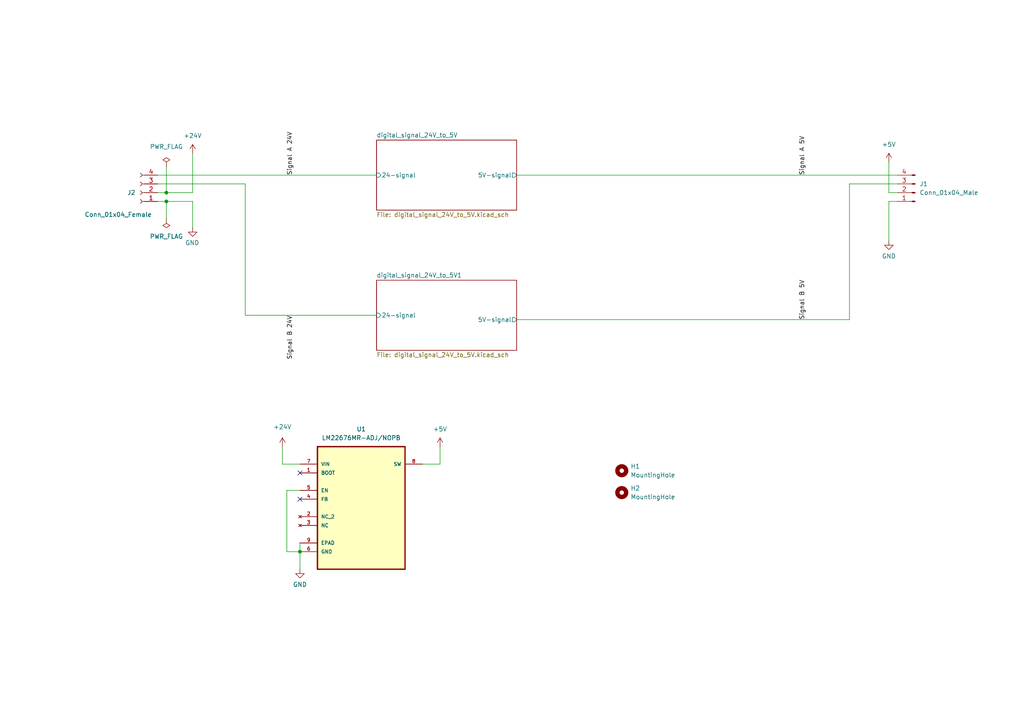
<source format=kicad_sch>
(kicad_sch (version 20211123) (generator eeschema)
  (paper "A4")
  (title_block (title "${project_title} - ${board_title}") (date "2022-08-11") (rev "${git_describe}") (company "${company}") (comment 1 "${drawn_by}") (comment 4 "${git_url}"))
  (lib_symbols
    (symbol "Connector:Conn_01x04_Female" (pin_names (offset 1.016) hide)
      (property "Reference" "J" (at 0 5.08 0))
      (property "Value" "Conn_01x04_Female" (at 0 -7.62 0))
      (symbol "Conn_01x04_Female_1_1"
        (arc (start 0 -4.572) (mid -0.508 -5.08) (end 0 -5.588) (stroke (width 0.1524)))
        (arc (start 0 -2.032) (mid -0.508 -2.54) (end 0 -3.048) (stroke (width 0.1524)))
        (polyline (pts (xy -1.27 -5.08) (xy -0.508 -5.08)) (stroke (width 0.1524)))
        (polyline (pts (xy -1.27 -2.54) (xy -0.508 -2.54)) (stroke (width 0.1524)))
        (polyline (pts (xy -1.27 0) (xy -0.508 0)) (stroke (width 0.1524)))
        (polyline (pts (xy -1.27 2.54) (xy -0.508 2.54)) (stroke (width 0.1524)))
        (arc (start 0 0.508) (mid -0.508 0) (end 0 -0.508) (stroke (width 0.1524)))
        (arc (start 0 3.048) (mid -0.508 2.54) (end 0 2.032) (stroke (width 0.1524)))
        (pin passive line (at -5.08 2.54 0) (length 3.81) (name "Pin_1") (number "1"))
        (pin passive line (at -5.08 0 0) (length 3.81) (name "Pin_2") (number "2"))
        (pin passive line (at -5.08 -2.54 0) (length 3.81) (name "Pin_3") (number "3"))
        (pin passive line (at -5.08 -5.08 0) (length 3.81) (name "Pin_4") (number "4"))
      )
    )
    (symbol "Connector:Conn_01x04_Male" (pin_names (offset 1.016) hide)
      (property "Reference" "J" (at 0 5.08 0))
      (property "Value" "Conn_01x04_Male" (at 0 -7.62 0))
      (symbol "Conn_01x04_Male_1_1"
        (polyline (pts (xy 1.27 -5.08) (xy 0.8636 -5.08)) (stroke (width 0.1524)))
        (polyline (pts (xy 1.27 -2.54) (xy 0.8636 -2.54)) (stroke (width 0.1524)))
        (polyline (pts (xy 1.27 0) (xy 0.8636 0)) (stroke (width 0.1524)))
        (polyline (pts (xy 1.27 2.54) (xy 0.8636 2.54)) (stroke (width 0.1524)))
        (rectangle (start 0.8636 -4.953) (end 0 -5.207) (stroke (width 0.1524)) (fill (type outline)))
        (rectangle (start 0.8636 -2.413) (end 0 -2.667) (stroke (width 0.1524)) (fill (type outline)))
        (rectangle (start 0.8636 0.127) (end 0 -0.127) (stroke (width 0.1524)) (fill (type outline)))
        (rectangle (start 0.8636 2.667) (end 0 2.413) (stroke (width 0.1524)) (fill (type outline)))
        (pin passive line (at 5.08 2.54 180) (length 3.81) (name "Pin_1") (number "1"))
        (pin passive line (at 5.08 0 180) (length 3.81) (name "Pin_2") (number "2"))
        (pin passive line (at 5.08 -2.54 180) (length 3.81) (name "Pin_3") (number "3"))
        (pin passive line (at 5.08 -5.08 180) (length 3.81) (name "Pin_4") (number "4"))
      )
    )
    (symbol "LM22676MR-ADJ_NOPB:LM22676MR-ADJ{brace}slash}NOPB" (pin_names (offset 1.016))
      (property "Reference" "U" (at -4.8768 17.78 0))
      (property "Value" "LM22676MR-ADJ{brace}slash}NOPB" (at -3.6068 -24.1046 0))
      (symbol "LM22676MR-ADJ{brace}slash}NOPB_0_0"
        (rectangle (start -12.7 -20.32) (end 12.7 15.24) (stroke (width 0.4064)) (fill (type background)))
        (pin power_in line (at -17.78 7.62 0) (length 5.08) (name "BOOT") (number "1"))
        (pin no_connect line (at -17.78 -5.08 0) (length 5.08) (name "NC_2") (number "2"))
        (pin no_connect line (at -17.78 -7.62 0) (length 5.08) (name "NC") (number "3"))
        (pin input line (at -17.78 0 0) (length 5.08) (name "FB") (number "4"))
        (pin input line (at -17.78 2.54 0) (length 5.08) (name "EN") (number "5"))
        (pin passive line (at -17.78 -15.24 0) (length 5.08) (name "GND") (number "6"))
        (pin power_in line (at -17.78 10.16 0) (length 5.08) (name "VIN") (number "7"))
        (pin output line (at 17.78 10.16 180) (length 5.08) (name "SW") (number "8"))
        (pin passive line (at -17.78 -12.7 0) (length 5.08) (name "EPAD") (number "9"))
      )
    )
    (symbol "Mechanical:MountingHole" (pin_names (offset 1.016))
      (property "Reference" "H" (at 0 5.08 0))
      (property "Value" "MountingHole" (at 0 3.175 0))
      (symbol "MountingHole_0_1"
        (circle (center 0 0) (radius 1.27) (stroke (width 1.27)))
      )
    )
    (symbol "power:+24V" (power) (pin_names (offset 0))
      (property "Value" "+24V" (at 0 3.556 0))
      (symbol "+24V_0_1"
        (polyline (pts (xy -0.762 1.27) (xy 0 2.54)))
        (polyline (pts (xy 0 0) (xy 0 2.54)))
        (polyline (pts (xy 0 2.54) (xy 0.762 1.27)))
      )
      (symbol "+24V_1_1"
        (pin power_in line (at 0 0 90) (length 0) hide (name "+24V") (number "1"))
      )
    )
    (symbol "power:+5V" (power) (pin_names (offset 0))
      (property "Value" "+5V" (at 0 3.556 0))
      (symbol "+5V_0_1"
        (polyline (pts (xy -0.762 1.27) (xy 0 2.54)))
        (polyline (pts (xy 0 0) (xy 0 2.54)))
        (polyline (pts (xy 0 2.54) (xy 0.762 1.27)))
      )
      (symbol "+5V_1_1"
        (pin power_in line (at 0 0 90) (length 0) hide (name "+5V") (number "1"))
      )
    )
    (symbol "power:GND" (power) (pin_names (offset 0))
      (property "Value" "GND" (at 0 -3.81 0))
      (symbol "GND_0_1"
        (polyline (pts (xy 0 0) (xy 0 -1.27) (xy 1.27 -1.27) (xy 0 -2.54) (xy -1.27 -1.27) (xy 0 -1.27)))
      )
      (symbol "GND_1_1"
        (pin power_in line (at 0 0 270) (length 0) hide (name "GND") (number "1"))
      )
    )
    (symbol "power:PWR_FLAG" (power) (pin_numbers hide) (pin_names (offset 0) hide)
      (property "Value" "PWR_FLAG" (at 0 3.81 0))
      (symbol "PWR_FLAG_0_0"
        (pin power_out line (at 0 0 90) (length 0) (name "pwr") (number "1"))
      )
      (symbol "PWR_FLAG_0_1"
        (polyline (pts (xy 0 0) (xy 0 1.27) (xy -1.016 1.905) (xy 0 2.54) (xy 1.016 1.905) (xy 0 1.27)))
      )
    )
  )
  (junction (at 86.995 160.02))
  (junction (at 48.26 55.88))
  (junction (at 48.26 58.42))
  (no_connect (at 86.995 144.78))
  (no_connect (at 86.995 137.16))
  (wire (pts (xy 260.35 55.88) (xy 257.81 55.88)))
  (wire (pts (xy 48.26 55.88) (xy 55.88 55.88)))
  (wire (pts (xy 149.86 50.8) (xy 260.35 50.8)))
  (wire (pts (xy 86.995 157.48) (xy 86.995 160.02)))
  (wire (pts (xy 86.995 134.62) (xy 81.915 134.62)))
  (wire (pts (xy 127.635 129.54) (xy 127.635 134.62)))
  (wire (pts (xy 260.35 53.34) (xy 246.38 53.34)))
  (wire (pts (xy 55.88 58.42) (xy 55.88 66.04)))
  (wire (pts (xy 83.185 160.02) (xy 86.995 160.02)))
  (wire (pts (xy 86.995 160.02) (xy 86.995 165.1)))
  (wire (pts (xy 48.26 58.42) (xy 55.88 58.42)))
  (wire (pts (xy 55.88 44.45) (xy 55.88 55.88)))
  (wire (pts (xy 260.35 58.42) (xy 257.81 58.42)))
  (wire (pts (xy 83.185 142.24) (xy 83.185 160.02)))
  (wire (pts (xy 83.185 142.24) (xy 86.995 142.24)))
  (wire (pts (xy 71.12 53.34) (xy 71.12 91.44)))
  (wire (pts (xy 122.555 134.62) (xy 127.635 134.62)))
  (wire (pts (xy 71.12 91.44) (xy 109.22 91.44)))
  (wire (pts (xy 257.81 58.42) (xy 257.81 69.85)))
  (wire (pts (xy 71.12 53.34) (xy 45.72 53.34)))
  (wire (pts (xy 45.72 50.8) (xy 109.22 50.8)))
  (wire (pts (xy 45.72 55.88) (xy 48.26 55.88)))
  (wire (pts (xy 149.86 92.71) (xy 246.38 92.71)))
  (wire (pts (xy 81.915 134.62) (xy 81.915 129.54)))
  (wire (pts (xy 246.38 53.34) (xy 246.38 92.71)))
  (wire (pts (xy 257.81 46.99) (xy 257.81 55.88)))
  (wire (pts (xy 45.72 58.42) (xy 48.26 58.42)))
  (wire (pts (xy 48.26 48.26) (xy 48.26 55.88)))
  (wire (pts (xy 48.26 58.42) (xy 48.26 63.5)))
  (label "Signal A 5V" (at 233.68 50.8 90))
  (label "Signal B 24V" (at 85.09 91.44 270))
  (label "Signal B 5V" (at 233.68 92.71 90))
  (label "Signal A 24V" (at 85.09 50.8 90))
  (symbol (lib_id "power:+5V") (at 127.635 129.54 0) (mirror y) (unit 1)
    (property "Reference" "#PWR0103" (effects hide))
    (property "Value" "+5V" (at 127.635 124.46 0))
  )
  (symbol (lib_id "power:+5V") (at 257.81 46.99 0) (unit 1)
    (property "Reference" "#PWR0105" (effects hide))
    (property "Value" "+5V" (at 257.81 41.91 0))
  )
  (symbol (lib_id "power:PWR_FLAG") (at 48.26 63.5 180) (unit 1)
    (property "Reference" "#FLG0102" (effects hide))
    (property "Value" "PWR_FLAG" (at 48.26 68.58 0))
  )
  (symbol (lib_id "power:+24V") (at 81.915 129.54 0) (unit 1)
    (property "Reference" "#PWR0102" (effects hide))
    (property "Value" "+24V" (at 81.915 123.825 0))
  )
  (symbol (lib_id "power:PWR_FLAG") (at 48.26 48.26 0) (unit 1)
    (property "Reference" "#FLG0101" (effects hide))
    (property "Value" "PWR_FLAG" (at 48.26 42.545 0))
  )
  (symbol (lib_id "Mechanical:MountingHole") (at 180.34 136.525 0) (unit 1)
    (property "Reference" "H1" (at 182.88 135.2549 0) (effects (justify left)))
    (property "Value" "MountingHole" (at 182.88 137.7949 0) (effects (justify left)))
    (property "Footprint" "MountingHole:MountingHole_3.2mm_M3" (effects hide))
  )
  (symbol (lib_id "power:+24V") (at 55.88 44.45 0) (unit 1)
    (property "Reference" "#PWR0107" (effects hide))
    (property "Value" "+24V" (at 55.88 39.37 0))
  )
  (symbol (lib_id "Connector:Conn_01x04_Male") (at 265.43 55.88 180) (unit 1)
    (property "Reference" "J1" (at 266.7 53.3399 0) (effects (justify right)))
    (property "Value" "Conn_01x04_Male" (at 266.7 55.8799 0) (effects (justify right)))
    (property "Footprint" "Connector_Molex:Molex_Micro-Fit_3.0_43045-0400_2x02_P3.00mm_Horizontal" (effects hide))
  )
  (symbol (lib_id "Mechanical:MountingHole") (at 180.34 142.875 0) (unit 1)
    (property "Reference" "H2" (at 182.88 141.6049 0) (effects (justify left)))
    (property "Value" "MountingHole" (at 182.88 144.1449 0) (effects (justify left)))
    (property "Footprint" "MountingHole:MountingHole_3.2mm_M3" (effects hide))
  )
  (symbol (lib_id "power:GND") (at 86.995 165.1 0) (unit 1)
    (property "Reference" "#PWR0104" (effects hide))
    (property "Value" "GND" (at 86.995 169.545 0))
  )
  (symbol (lib_id "Connector:Conn_01x04_Female") (at 40.64 55.88 180) (unit 1)
    (property "Reference" "J2" (at 38.1 55.88 0))
    (property "Value" "Conn_01x04_Female" (at 34.29 62.23 0))
    (property "Footprint" "Connector_Molex:Molex_Micro-Fit_3.0_43045-0400_2x02_P3.00mm_Horizontal" (effects hide))
  )
  (symbol (lib_id "power:GND") (at 257.81 69.85 0) (unit 1)
    (property "Reference" "#PWR0101" (effects hide))
    (property "Value" "GND" (at 257.81 74.295 0))
  )
  (symbol (lib_id "power:GND") (at 55.88 66.04 0) (mirror y) (unit 1)
    (property "Reference" "#PWR0106" (effects hide))
    (property "Value" "GND" (at 55.753 70.4342 0))
  )
  (symbol (lib_id "LM22676MR-ADJ_NOPB:LM22676MR-ADJ{brace}slash}NOPB") (at 104.775 144.78 0) (unit 1)
    (property "Reference" "U1" (at 104.775 124.46 0))
    (property "Value" "LM22676MR-ADJ{slash}NOPB" (at 104.775 127 0))
    (property "Footprint" "Package_SO:Texas_HSOP-8-1EP_3.9x4.9mm_P1.27mm_ThermalVias" (effects hide))
    (property "OC_NEWARK" "12P7514" (effects hide))
    (property "OC_FARNELL" "1657734" (effects hide))
    (property "MPN" "LM22676MR-ADJ/NOPB" (effects hide))
    (property "SUPPLIER" "National Semiconductor" (effects hide))
    (property "PACKAGE" "SOIC-9" (effects hide))
  )
  (sheet (at 109.22 40.64) (size 40.64 20.32) (stroke (width 0.1524))
    (property "Sheet name" "digital_signal_24V_to_5V" (at 109.22 39.9284 0) (effects (justify left bottom)))
    (property "Sheet file" "digital_signal_24V_to_5V.kicad_sch" (at 109.22 61.5446 0) (effects (justify left top)))
    (pin "24-signal" input (at 109.22 50.8 180))
    (pin "5V-signal" output (at 149.86 50.8 0))
  )
  (sheet (at 109.22 81.28) (size 40.64 20.32) (stroke (width 0.1524))
    (property "Sheet name" "digital_signal_24V_to_5V1" (at 109.22 80.5684 0) (effects (justify left bottom)))
    (property "Sheet file" "digital_signal_24V_to_5V.kicad_sch" (at 109.22 102.1846 0) (effects (justify left top)))
    (pin "24-signal" input (at 109.22 91.44 180))
    (pin "5V-signal" output (at 149.86 92.71 0))
  )
)
</source>
